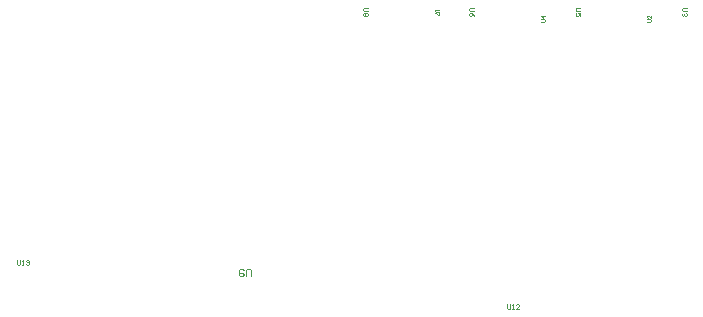
<source format=gbr>
%TF.GenerationSoftware,Altium Limited,Altium Designer,21.0.8 (223)*%
G04 Layer_Color=16711935*
%FSLAX45Y45*%
%MOMM*%
%TF.SameCoordinates,93EC2011-4169-4821-B187-25AADE7CFEA4*%
%TF.FilePolarity,Positive*%
%TF.FileFunction,Other,Mechanical_1*%
%TF.Part,Single*%
G01*
G75*
%TA.AperFunction,NonConductor*%
%ADD148C,0.10000*%
%ADD149C,0.06000*%
%ADD150C,0.05000*%
D148*
X4289700Y1015420D02*
Y1065404D01*
X4279703Y1075400D01*
X4259710D01*
X4249713Y1065404D01*
Y1015420D01*
X4229720Y1065404D02*
X4219723Y1075400D01*
X4199729D01*
X4189733Y1065404D01*
Y1025417D01*
X4199729Y1015420D01*
X4219723D01*
X4229720Y1025417D01*
Y1035413D01*
X4219723Y1045410D01*
X4189733D01*
D149*
X7979587Y3286000D02*
X7946265D01*
X7939600Y3279335D01*
Y3266006D01*
X7946265Y3259342D01*
X7979587D01*
X7972923Y3246013D02*
X7979587Y3239348D01*
Y3226019D01*
X7972923Y3219355D01*
X7966258D01*
X7959594Y3226019D01*
Y3232684D01*
Y3226019D01*
X7952929Y3219355D01*
X7946265D01*
X7939600Y3226019D01*
Y3239348D01*
X7946265Y3246013D01*
X7079587Y3286000D02*
X7046265D01*
X7039600Y3279335D01*
Y3266006D01*
X7046265Y3259342D01*
X7079587D01*
Y3219355D02*
Y3246013D01*
X7059594D01*
X7066258Y3232684D01*
Y3226019D01*
X7059594Y3219355D01*
X7046265D01*
X7039600Y3226019D01*
Y3239348D01*
X7046265Y3246013D01*
X6179587Y3286000D02*
X6146265D01*
X6139600Y3279335D01*
Y3266006D01*
X6146265Y3259342D01*
X6179587D01*
Y3219355D02*
X6172923Y3232684D01*
X6159594Y3246013D01*
X6146265D01*
X6139600Y3239348D01*
Y3226019D01*
X6146265Y3219355D01*
X6152929D01*
X6159594Y3226019D01*
Y3246013D01*
X6461500Y777287D02*
Y743964D01*
X6468164Y737300D01*
X6481494D01*
X6488158Y743964D01*
Y777287D01*
X6501487Y737300D02*
X6514816D01*
X6508151D01*
Y777287D01*
X6501487Y770623D01*
X6561467Y737300D02*
X6534809D01*
X6561467Y763958D01*
Y770623D01*
X6554803Y777287D01*
X6541474D01*
X6534809Y770623D01*
X2311500Y1152287D02*
Y1118964D01*
X2318165Y1112300D01*
X2331494D01*
X2338158Y1118964D01*
Y1152287D01*
X2351487Y1112300D02*
X2364816D01*
X2358151D01*
Y1152287D01*
X2351487Y1145623D01*
X2384810D02*
X2391474Y1152287D01*
X2404803D01*
X2411468Y1145623D01*
Y1138958D01*
X2404803Y1132294D01*
X2398138D01*
X2404803D01*
X2411468Y1125629D01*
Y1118964D01*
X2404803Y1112300D01*
X2391474D01*
X2384810Y1118964D01*
X5279587Y3286000D02*
X5246265D01*
X5239600Y3279335D01*
Y3266006D01*
X5246265Y3259342D01*
X5279587D01*
X5272923Y3246013D02*
X5279587Y3239348D01*
Y3226019D01*
X5272923Y3219355D01*
X5266258D01*
X5259594Y3226019D01*
X5252929Y3219355D01*
X5246265D01*
X5239600Y3226019D01*
Y3239348D01*
X5246265Y3246013D01*
X5252929D01*
X5259594Y3239348D01*
X5266258Y3246013D01*
X5272923D01*
X5259594Y3239348D02*
Y3226019D01*
D150*
X7647710Y3171700D02*
X7672702D01*
X7677700Y3176698D01*
Y3186695D01*
X7672702Y3191693D01*
X7647710D01*
X7677700Y3221684D02*
Y3201690D01*
X7657707Y3221684D01*
X7652709D01*
X7647710Y3216685D01*
Y3206689D01*
X7652709Y3201690D01*
X6747710Y3171700D02*
X6772702D01*
X6777700Y3176698D01*
Y3186695D01*
X6772702Y3191693D01*
X6747710D01*
X6777700Y3216685D02*
X6747710D01*
X6762705Y3201690D01*
Y3221684D01*
X5882290Y3273300D02*
X5857299D01*
X5852300Y3268301D01*
Y3258305D01*
X5857299Y3253306D01*
X5882290D01*
Y3243309D02*
Y3223316D01*
X5877292D01*
X5857299Y3243309D01*
X5852300D01*
%TF.MD5,e20df93a5dcd24c44d328de463a34459*%
M02*

</source>
